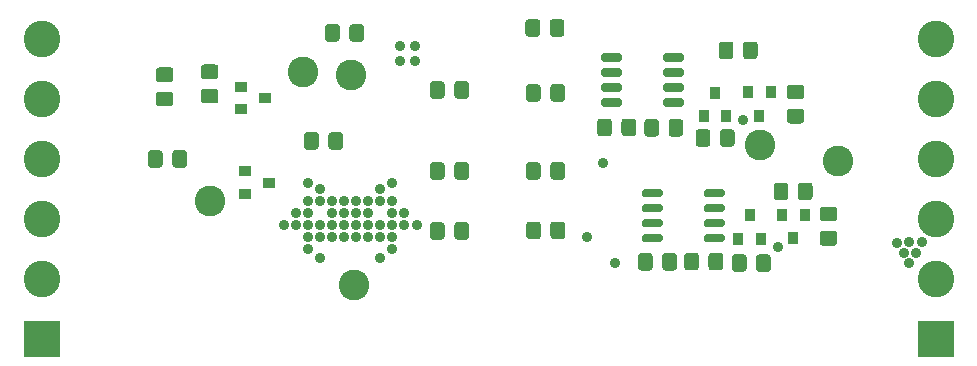
<source format=gbr>
%TF.GenerationSoftware,KiCad,Pcbnew,(5.1.6)-1*%
%TF.CreationDate,2020-11-12T09:23:23-07:00*%
%TF.ProjectId,WhiteJewel,57686974-654a-4657-9765-6c2e6b696361,rev?*%
%TF.SameCoordinates,Original*%
%TF.FileFunction,Soldermask,Top*%
%TF.FilePolarity,Negative*%
%FSLAX46Y46*%
G04 Gerber Fmt 4.6, Leading zero omitted, Abs format (unit mm)*
G04 Created by KiCad (PCBNEW (5.1.6)-1) date 2020-11-12 09:23:23*
%MOMM*%
%LPD*%
G01*
G04 APERTURE LIST*
%ADD10R,0.900000X1.000000*%
%ADD11C,3.100000*%
%ADD12R,3.100000X3.100000*%
%ADD13R,1.000000X0.900000*%
%ADD14C,2.600000*%
%ADD15C,0.900000*%
G04 APERTURE END LIST*
%TO.C,R18*%
G36*
G01*
X171723000Y-87041462D02*
X171723000Y-86084938D01*
G75*
G02*
X171994738Y-85813200I271738J0D01*
G01*
X172701262Y-85813200D01*
G75*
G02*
X172973000Y-86084938I0J-271738D01*
G01*
X172973000Y-87041462D01*
G75*
G02*
X172701262Y-87313200I-271738J0D01*
G01*
X171994738Y-87313200D01*
G75*
G02*
X171723000Y-87041462I0J271738D01*
G01*
G37*
G36*
G01*
X169673000Y-87041462D02*
X169673000Y-86084938D01*
G75*
G02*
X169944738Y-85813200I271738J0D01*
G01*
X170651262Y-85813200D01*
G75*
G02*
X170923000Y-86084938I0J-271738D01*
G01*
X170923000Y-87041462D01*
G75*
G02*
X170651262Y-87313200I-271738J0D01*
G01*
X169944738Y-87313200D01*
G75*
G02*
X169673000Y-87041462I0J271738D01*
G01*
G37*
%TD*%
%TO.C,R17*%
G36*
G01*
X167074800Y-75103462D02*
X167074800Y-74146938D01*
G75*
G02*
X167346538Y-73875200I271738J0D01*
G01*
X168053062Y-73875200D01*
G75*
G02*
X168324800Y-74146938I0J-271738D01*
G01*
X168324800Y-75103462D01*
G75*
G02*
X168053062Y-75375200I-271738J0D01*
G01*
X167346538Y-75375200D01*
G75*
G02*
X167074800Y-75103462I0J271738D01*
G01*
G37*
G36*
G01*
X165024800Y-75103462D02*
X165024800Y-74146938D01*
G75*
G02*
X165296538Y-73875200I271738J0D01*
G01*
X166003062Y-73875200D01*
G75*
G02*
X166274800Y-74146938I0J-271738D01*
G01*
X166274800Y-75103462D01*
G75*
G02*
X166003062Y-75375200I-271738J0D01*
G01*
X165296538Y-75375200D01*
G75*
G02*
X165024800Y-75103462I0J271738D01*
G01*
G37*
%TD*%
D10*
%TO.C,D6*%
X171348400Y-90535000D03*
X170398400Y-88535000D03*
X172298400Y-88535000D03*
%TD*%
%TO.C,U2*%
G36*
G01*
X160276600Y-90350600D02*
X160276600Y-90700600D01*
G75*
G02*
X160101600Y-90875600I-175000J0D01*
G01*
X158701600Y-90875600D01*
G75*
G02*
X158526600Y-90700600I0J175000D01*
G01*
X158526600Y-90350600D01*
G75*
G02*
X158701600Y-90175600I175000J0D01*
G01*
X160101600Y-90175600D01*
G75*
G02*
X160276600Y-90350600I0J-175000D01*
G01*
G37*
G36*
G01*
X160276600Y-89080600D02*
X160276600Y-89430600D01*
G75*
G02*
X160101600Y-89605600I-175000J0D01*
G01*
X158701600Y-89605600D01*
G75*
G02*
X158526600Y-89430600I0J175000D01*
G01*
X158526600Y-89080600D01*
G75*
G02*
X158701600Y-88905600I175000J0D01*
G01*
X160101600Y-88905600D01*
G75*
G02*
X160276600Y-89080600I0J-175000D01*
G01*
G37*
G36*
G01*
X160276600Y-87810600D02*
X160276600Y-88160600D01*
G75*
G02*
X160101600Y-88335600I-175000J0D01*
G01*
X158701600Y-88335600D01*
G75*
G02*
X158526600Y-88160600I0J175000D01*
G01*
X158526600Y-87810600D01*
G75*
G02*
X158701600Y-87635600I175000J0D01*
G01*
X160101600Y-87635600D01*
G75*
G02*
X160276600Y-87810600I0J-175000D01*
G01*
G37*
G36*
G01*
X160276600Y-86540600D02*
X160276600Y-86890600D01*
G75*
G02*
X160101600Y-87065600I-175000J0D01*
G01*
X158701600Y-87065600D01*
G75*
G02*
X158526600Y-86890600I0J175000D01*
G01*
X158526600Y-86540600D01*
G75*
G02*
X158701600Y-86365600I175000J0D01*
G01*
X160101600Y-86365600D01*
G75*
G02*
X160276600Y-86540600I0J-175000D01*
G01*
G37*
G36*
G01*
X165526600Y-86540600D02*
X165526600Y-86890600D01*
G75*
G02*
X165351600Y-87065600I-175000J0D01*
G01*
X163951600Y-87065600D01*
G75*
G02*
X163776600Y-86890600I0J175000D01*
G01*
X163776600Y-86540600D01*
G75*
G02*
X163951600Y-86365600I175000J0D01*
G01*
X165351600Y-86365600D01*
G75*
G02*
X165526600Y-86540600I0J-175000D01*
G01*
G37*
G36*
G01*
X165526600Y-87810600D02*
X165526600Y-88160600D01*
G75*
G02*
X165351600Y-88335600I-175000J0D01*
G01*
X163951600Y-88335600D01*
G75*
G02*
X163776600Y-88160600I0J175000D01*
G01*
X163776600Y-87810600D01*
G75*
G02*
X163951600Y-87635600I175000J0D01*
G01*
X165351600Y-87635600D01*
G75*
G02*
X165526600Y-87810600I0J-175000D01*
G01*
G37*
G36*
G01*
X165526600Y-89080600D02*
X165526600Y-89430600D01*
G75*
G02*
X165351600Y-89605600I-175000J0D01*
G01*
X163951600Y-89605600D01*
G75*
G02*
X163776600Y-89430600I0J175000D01*
G01*
X163776600Y-89080600D01*
G75*
G02*
X163951600Y-88905600I175000J0D01*
G01*
X165351600Y-88905600D01*
G75*
G02*
X165526600Y-89080600I0J-175000D01*
G01*
G37*
G36*
G01*
X165526600Y-90350600D02*
X165526600Y-90700600D01*
G75*
G02*
X165351600Y-90875600I-175000J0D01*
G01*
X163951600Y-90875600D01*
G75*
G02*
X163776600Y-90700600I0J175000D01*
G01*
X163776600Y-90350600D01*
G75*
G02*
X163951600Y-90175600I175000J0D01*
G01*
X165351600Y-90175600D01*
G75*
G02*
X165526600Y-90350600I0J-175000D01*
G01*
G37*
%TD*%
%TO.C,R16*%
G36*
G01*
X173841938Y-89909600D02*
X174798462Y-89909600D01*
G75*
G02*
X175070200Y-90181338I0J-271738D01*
G01*
X175070200Y-90887862D01*
G75*
G02*
X174798462Y-91159600I-271738J0D01*
G01*
X173841938Y-91159600D01*
G75*
G02*
X173570200Y-90887862I0J271738D01*
G01*
X173570200Y-90181338D01*
G75*
G02*
X173841938Y-89909600I271738J0D01*
G01*
G37*
G36*
G01*
X173841938Y-87859600D02*
X174798462Y-87859600D01*
G75*
G02*
X175070200Y-88131338I0J-271738D01*
G01*
X175070200Y-88837862D01*
G75*
G02*
X174798462Y-89109600I-271738J0D01*
G01*
X173841938Y-89109600D01*
G75*
G02*
X173570200Y-88837862I0J271738D01*
G01*
X173570200Y-88131338D01*
G75*
G02*
X173841938Y-87859600I271738J0D01*
G01*
G37*
%TD*%
%TO.C,R15*%
G36*
G01*
X167392400Y-92155538D02*
X167392400Y-93112062D01*
G75*
G02*
X167120662Y-93383800I-271738J0D01*
G01*
X166414138Y-93383800D01*
G75*
G02*
X166142400Y-93112062I0J271738D01*
G01*
X166142400Y-92155538D01*
G75*
G02*
X166414138Y-91883800I271738J0D01*
G01*
X167120662Y-91883800D01*
G75*
G02*
X167392400Y-92155538I0J-271738D01*
G01*
G37*
G36*
G01*
X169442400Y-92155538D02*
X169442400Y-93112062D01*
G75*
G02*
X169170662Y-93383800I-271738J0D01*
G01*
X168464138Y-93383800D01*
G75*
G02*
X168192400Y-93112062I0J271738D01*
G01*
X168192400Y-92155538D01*
G75*
G02*
X168464138Y-91883800I271738J0D01*
G01*
X169170662Y-91883800D01*
G75*
G02*
X169442400Y-92155538I0J-271738D01*
G01*
G37*
%TD*%
%TO.C,R14*%
G36*
G01*
X172004462Y-78771800D02*
X171047938Y-78771800D01*
G75*
G02*
X170776200Y-78500062I0J271738D01*
G01*
X170776200Y-77793538D01*
G75*
G02*
X171047938Y-77521800I271738J0D01*
G01*
X172004462Y-77521800D01*
G75*
G02*
X172276200Y-77793538I0J-271738D01*
G01*
X172276200Y-78500062D01*
G75*
G02*
X172004462Y-78771800I-271738J0D01*
G01*
G37*
G36*
G01*
X172004462Y-80821800D02*
X171047938Y-80821800D01*
G75*
G02*
X170776200Y-80550062I0J271738D01*
G01*
X170776200Y-79843538D01*
G75*
G02*
X171047938Y-79571800I271738J0D01*
G01*
X172004462Y-79571800D01*
G75*
G02*
X172276200Y-79843538I0J-271738D01*
G01*
X172276200Y-80550062D01*
G75*
G02*
X172004462Y-80821800I-271738J0D01*
G01*
G37*
%TD*%
%TO.C,R13*%
G36*
G01*
X164319000Y-81563738D02*
X164319000Y-82520262D01*
G75*
G02*
X164047262Y-82792000I-271738J0D01*
G01*
X163340738Y-82792000D01*
G75*
G02*
X163069000Y-82520262I0J271738D01*
G01*
X163069000Y-81563738D01*
G75*
G02*
X163340738Y-81292000I271738J0D01*
G01*
X164047262Y-81292000D01*
G75*
G02*
X164319000Y-81563738I0J-271738D01*
G01*
G37*
G36*
G01*
X166369000Y-81563738D02*
X166369000Y-82520262D01*
G75*
G02*
X166097262Y-82792000I-271738J0D01*
G01*
X165390738Y-82792000D01*
G75*
G02*
X165119000Y-82520262I0J271738D01*
G01*
X165119000Y-81563738D01*
G75*
G02*
X165390738Y-81292000I271738J0D01*
G01*
X166097262Y-81292000D01*
G75*
G02*
X166369000Y-81563738I0J-271738D01*
G01*
G37*
%TD*%
%TO.C,R9*%
G36*
G01*
X158192200Y-93010462D02*
X158192200Y-92053938D01*
G75*
G02*
X158463938Y-91782200I271738J0D01*
G01*
X159170462Y-91782200D01*
G75*
G02*
X159442200Y-92053938I0J-271738D01*
G01*
X159442200Y-93010462D01*
G75*
G02*
X159170462Y-93282200I-271738J0D01*
G01*
X158463938Y-93282200D01*
G75*
G02*
X158192200Y-93010462I0J271738D01*
G01*
G37*
G36*
G01*
X160242200Y-93010462D02*
X160242200Y-92053938D01*
G75*
G02*
X160513938Y-91782200I271738J0D01*
G01*
X161220462Y-91782200D01*
G75*
G02*
X161492200Y-92053938I0J-271738D01*
G01*
X161492200Y-93010462D01*
G75*
G02*
X161220462Y-93282200I-271738J0D01*
G01*
X160513938Y-93282200D01*
G75*
G02*
X160242200Y-93010462I0J271738D01*
G01*
G37*
%TD*%
%TO.C,R2*%
G36*
G01*
X154737800Y-81631262D02*
X154737800Y-80674738D01*
G75*
G02*
X155009538Y-80403000I271738J0D01*
G01*
X155716062Y-80403000D01*
G75*
G02*
X155987800Y-80674738I0J-271738D01*
G01*
X155987800Y-81631262D01*
G75*
G02*
X155716062Y-81903000I-271738J0D01*
G01*
X155009538Y-81903000D01*
G75*
G02*
X154737800Y-81631262I0J271738D01*
G01*
G37*
G36*
G01*
X156787800Y-81631262D02*
X156787800Y-80674738D01*
G75*
G02*
X157059538Y-80403000I271738J0D01*
G01*
X157766062Y-80403000D01*
G75*
G02*
X158037800Y-80674738I0J-271738D01*
G01*
X158037800Y-81631262D01*
G75*
G02*
X157766062Y-81903000I-271738J0D01*
G01*
X157059538Y-81903000D01*
G75*
G02*
X156787800Y-81631262I0J271738D01*
G01*
G37*
%TD*%
%TO.C,Q4*%
X166690000Y-90585800D03*
X168590000Y-90585800D03*
X167640000Y-88585800D03*
%TD*%
%TO.C,Q3*%
X163743600Y-80206600D03*
X165643600Y-80206600D03*
X164693600Y-78206600D03*
%TD*%
%TO.C,D5*%
X169428200Y-78146400D03*
X167528200Y-78146400D03*
X168478200Y-80146400D03*
%TD*%
%TO.C,R12*%
G36*
G01*
X163353800Y-92028538D02*
X163353800Y-92985062D01*
G75*
G02*
X163082062Y-93256800I-271738J0D01*
G01*
X162375538Y-93256800D01*
G75*
G02*
X162103800Y-92985062I0J271738D01*
G01*
X162103800Y-92028538D01*
G75*
G02*
X162375538Y-91756800I271738J0D01*
G01*
X163082062Y-91756800D01*
G75*
G02*
X163353800Y-92028538I0J-271738D01*
G01*
G37*
G36*
G01*
X165403800Y-92028538D02*
X165403800Y-92985062D01*
G75*
G02*
X165132062Y-93256800I-271738J0D01*
G01*
X164425538Y-93256800D01*
G75*
G02*
X164153800Y-92985062I0J271738D01*
G01*
X164153800Y-92028538D01*
G75*
G02*
X164425538Y-91756800I271738J0D01*
G01*
X165132062Y-91756800D01*
G75*
G02*
X165403800Y-92028538I0J-271738D01*
G01*
G37*
%TD*%
%TO.C,R11*%
G36*
G01*
X159975600Y-80700138D02*
X159975600Y-81656662D01*
G75*
G02*
X159703862Y-81928400I-271738J0D01*
G01*
X158997338Y-81928400D01*
G75*
G02*
X158725600Y-81656662I0J271738D01*
G01*
X158725600Y-80700138D01*
G75*
G02*
X158997338Y-80428400I271738J0D01*
G01*
X159703862Y-80428400D01*
G75*
G02*
X159975600Y-80700138I0J-271738D01*
G01*
G37*
G36*
G01*
X162025600Y-80700138D02*
X162025600Y-81656662D01*
G75*
G02*
X161753862Y-81928400I-271738J0D01*
G01*
X161047338Y-81928400D01*
G75*
G02*
X160775600Y-81656662I0J271738D01*
G01*
X160775600Y-80700138D01*
G75*
G02*
X161047338Y-80428400I271738J0D01*
G01*
X161753862Y-80428400D01*
G75*
G02*
X162025600Y-80700138I0J-271738D01*
G01*
G37*
%TD*%
D11*
%TO.C,J1*%
X183388000Y-93980000D03*
X183388000Y-88900000D03*
D12*
X183388000Y-99060000D03*
D11*
X183388000Y-83820000D03*
X183388000Y-78740000D03*
X183388000Y-73660000D03*
%TD*%
%TO.C,U1*%
G36*
G01*
X156822200Y-78869800D02*
X156822200Y-79219800D01*
G75*
G02*
X156647200Y-79394800I-175000J0D01*
G01*
X155247200Y-79394800D01*
G75*
G02*
X155072200Y-79219800I0J175000D01*
G01*
X155072200Y-78869800D01*
G75*
G02*
X155247200Y-78694800I175000J0D01*
G01*
X156647200Y-78694800D01*
G75*
G02*
X156822200Y-78869800I0J-175000D01*
G01*
G37*
G36*
G01*
X156822200Y-77599800D02*
X156822200Y-77949800D01*
G75*
G02*
X156647200Y-78124800I-175000J0D01*
G01*
X155247200Y-78124800D01*
G75*
G02*
X155072200Y-77949800I0J175000D01*
G01*
X155072200Y-77599800D01*
G75*
G02*
X155247200Y-77424800I175000J0D01*
G01*
X156647200Y-77424800D01*
G75*
G02*
X156822200Y-77599800I0J-175000D01*
G01*
G37*
G36*
G01*
X156822200Y-76329800D02*
X156822200Y-76679800D01*
G75*
G02*
X156647200Y-76854800I-175000J0D01*
G01*
X155247200Y-76854800D01*
G75*
G02*
X155072200Y-76679800I0J175000D01*
G01*
X155072200Y-76329800D01*
G75*
G02*
X155247200Y-76154800I175000J0D01*
G01*
X156647200Y-76154800D01*
G75*
G02*
X156822200Y-76329800I0J-175000D01*
G01*
G37*
G36*
G01*
X156822200Y-75059800D02*
X156822200Y-75409800D01*
G75*
G02*
X156647200Y-75584800I-175000J0D01*
G01*
X155247200Y-75584800D01*
G75*
G02*
X155072200Y-75409800I0J175000D01*
G01*
X155072200Y-75059800D01*
G75*
G02*
X155247200Y-74884800I175000J0D01*
G01*
X156647200Y-74884800D01*
G75*
G02*
X156822200Y-75059800I0J-175000D01*
G01*
G37*
G36*
G01*
X162072200Y-75059800D02*
X162072200Y-75409800D01*
G75*
G02*
X161897200Y-75584800I-175000J0D01*
G01*
X160497200Y-75584800D01*
G75*
G02*
X160322200Y-75409800I0J175000D01*
G01*
X160322200Y-75059800D01*
G75*
G02*
X160497200Y-74884800I175000J0D01*
G01*
X161897200Y-74884800D01*
G75*
G02*
X162072200Y-75059800I0J-175000D01*
G01*
G37*
G36*
G01*
X162072200Y-76329800D02*
X162072200Y-76679800D01*
G75*
G02*
X161897200Y-76854800I-175000J0D01*
G01*
X160497200Y-76854800D01*
G75*
G02*
X160322200Y-76679800I0J175000D01*
G01*
X160322200Y-76329800D01*
G75*
G02*
X160497200Y-76154800I175000J0D01*
G01*
X161897200Y-76154800D01*
G75*
G02*
X162072200Y-76329800I0J-175000D01*
G01*
G37*
G36*
G01*
X162072200Y-77599800D02*
X162072200Y-77949800D01*
G75*
G02*
X161897200Y-78124800I-175000J0D01*
G01*
X160497200Y-78124800D01*
G75*
G02*
X160322200Y-77949800I0J175000D01*
G01*
X160322200Y-77599800D01*
G75*
G02*
X160497200Y-77424800I175000J0D01*
G01*
X161897200Y-77424800D01*
G75*
G02*
X162072200Y-77599800I0J-175000D01*
G01*
G37*
G36*
G01*
X162072200Y-78869800D02*
X162072200Y-79219800D01*
G75*
G02*
X161897200Y-79394800I-175000J0D01*
G01*
X160497200Y-79394800D01*
G75*
G02*
X160322200Y-79219800I0J175000D01*
G01*
X160322200Y-78869800D01*
G75*
G02*
X160497200Y-78694800I175000J0D01*
G01*
X161897200Y-78694800D01*
G75*
G02*
X162072200Y-78869800I0J-175000D01*
G01*
G37*
%TD*%
D13*
%TO.C,Q2*%
X126958600Y-85826600D03*
X124958600Y-86776600D03*
X124958600Y-84876600D03*
%TD*%
%TO.C,Q1*%
X126619000Y-78638400D03*
X124619000Y-79588400D03*
X124619000Y-77688400D03*
%TD*%
%TO.C,R6*%
G36*
G01*
X149917200Y-72241938D02*
X149917200Y-73198462D01*
G75*
G02*
X149645462Y-73470200I-271738J0D01*
G01*
X148938938Y-73470200D01*
G75*
G02*
X148667200Y-73198462I0J271738D01*
G01*
X148667200Y-72241938D01*
G75*
G02*
X148938938Y-71970200I271738J0D01*
G01*
X149645462Y-71970200D01*
G75*
G02*
X149917200Y-72241938I0J-271738D01*
G01*
G37*
G36*
G01*
X151967200Y-72241938D02*
X151967200Y-73198462D01*
G75*
G02*
X151695462Y-73470200I-271738J0D01*
G01*
X150988938Y-73470200D01*
G75*
G02*
X150717200Y-73198462I0J271738D01*
G01*
X150717200Y-72241938D01*
G75*
G02*
X150988938Y-71970200I271738J0D01*
G01*
X151695462Y-71970200D01*
G75*
G02*
X151967200Y-72241938I0J-271738D01*
G01*
G37*
%TD*%
D11*
%TO.C,J2*%
X107696000Y-73660000D03*
X107696000Y-78740000D03*
X107696000Y-83820000D03*
D12*
X107696000Y-99060000D03*
D11*
X107696000Y-88900000D03*
X107696000Y-93980000D03*
%TD*%
D14*
%TO.C,TP8*%
X175107600Y-84023200D03*
%TD*%
%TO.C,TP5*%
X168503600Y-82677000D03*
%TD*%
%TO.C,TP4*%
X134112000Y-94488000D03*
%TD*%
%TO.C,TP3*%
X121920000Y-87376000D03*
%TD*%
%TO.C,TP2*%
X133858000Y-76708000D03*
%TD*%
%TO.C,TP1*%
X129794000Y-76454000D03*
%TD*%
%TO.C,R4*%
G36*
G01*
X133750000Y-73630262D02*
X133750000Y-72673738D01*
G75*
G02*
X134021738Y-72402000I271738J0D01*
G01*
X134728262Y-72402000D01*
G75*
G02*
X135000000Y-72673738I0J-271738D01*
G01*
X135000000Y-73630262D01*
G75*
G02*
X134728262Y-73902000I-271738J0D01*
G01*
X134021738Y-73902000D01*
G75*
G02*
X133750000Y-73630262I0J271738D01*
G01*
G37*
G36*
G01*
X131700000Y-73630262D02*
X131700000Y-72673738D01*
G75*
G02*
X131971738Y-72402000I271738J0D01*
G01*
X132678262Y-72402000D01*
G75*
G02*
X132950000Y-72673738I0J-271738D01*
G01*
X132950000Y-73630262D01*
G75*
G02*
X132678262Y-73902000I-271738J0D01*
G01*
X131971738Y-73902000D01*
G75*
G02*
X131700000Y-73630262I0J271738D01*
G01*
G37*
%TD*%
%TO.C,R7*%
G36*
G01*
X131972000Y-82774262D02*
X131972000Y-81817738D01*
G75*
G02*
X132243738Y-81546000I271738J0D01*
G01*
X132950262Y-81546000D01*
G75*
G02*
X133222000Y-81817738I0J-271738D01*
G01*
X133222000Y-82774262D01*
G75*
G02*
X132950262Y-83046000I-271738J0D01*
G01*
X132243738Y-83046000D01*
G75*
G02*
X131972000Y-82774262I0J271738D01*
G01*
G37*
G36*
G01*
X129922000Y-82774262D02*
X129922000Y-81817738D01*
G75*
G02*
X130193738Y-81546000I271738J0D01*
G01*
X130900262Y-81546000D01*
G75*
G02*
X131172000Y-81817738I0J-271738D01*
G01*
X131172000Y-82774262D01*
G75*
G02*
X130900262Y-83046000I-271738J0D01*
G01*
X130193738Y-83046000D01*
G75*
G02*
X129922000Y-82774262I0J271738D01*
G01*
G37*
%TD*%
%TO.C,R3*%
G36*
G01*
X121441738Y-77870000D02*
X122398262Y-77870000D01*
G75*
G02*
X122670000Y-78141738I0J-271738D01*
G01*
X122670000Y-78848262D01*
G75*
G02*
X122398262Y-79120000I-271738J0D01*
G01*
X121441738Y-79120000D01*
G75*
G02*
X121170000Y-78848262I0J271738D01*
G01*
X121170000Y-78141738D01*
G75*
G02*
X121441738Y-77870000I271738J0D01*
G01*
G37*
G36*
G01*
X121441738Y-75820000D02*
X122398262Y-75820000D01*
G75*
G02*
X122670000Y-76091738I0J-271738D01*
G01*
X122670000Y-76798262D01*
G75*
G02*
X122398262Y-77070000I-271738J0D01*
G01*
X121441738Y-77070000D01*
G75*
G02*
X121170000Y-76798262I0J271738D01*
G01*
X121170000Y-76091738D01*
G75*
G02*
X121441738Y-75820000I271738J0D01*
G01*
G37*
%TD*%
%TO.C,D1*%
G36*
G01*
X140581000Y-85314262D02*
X140581000Y-84357738D01*
G75*
G02*
X140852738Y-84086000I271738J0D01*
G01*
X141559262Y-84086000D01*
G75*
G02*
X141831000Y-84357738I0J-271738D01*
G01*
X141831000Y-85314262D01*
G75*
G02*
X141559262Y-85586000I-271738J0D01*
G01*
X140852738Y-85586000D01*
G75*
G02*
X140581000Y-85314262I0J271738D01*
G01*
G37*
G36*
G01*
X142631000Y-85314262D02*
X142631000Y-84357738D01*
G75*
G02*
X142902738Y-84086000I271738J0D01*
G01*
X143609262Y-84086000D01*
G75*
G02*
X143881000Y-84357738I0J-271738D01*
G01*
X143881000Y-85314262D01*
G75*
G02*
X143609262Y-85586000I-271738J0D01*
G01*
X142902738Y-85586000D01*
G75*
G02*
X142631000Y-85314262I0J271738D01*
G01*
G37*
%TD*%
%TO.C,D2*%
G36*
G01*
X141831000Y-77499738D02*
X141831000Y-78456262D01*
G75*
G02*
X141559262Y-78728000I-271738J0D01*
G01*
X140852738Y-78728000D01*
G75*
G02*
X140581000Y-78456262I0J271738D01*
G01*
X140581000Y-77499738D01*
G75*
G02*
X140852738Y-77228000I271738J0D01*
G01*
X141559262Y-77228000D01*
G75*
G02*
X141831000Y-77499738I0J-271738D01*
G01*
G37*
G36*
G01*
X143881000Y-77499738D02*
X143881000Y-78456262D01*
G75*
G02*
X143609262Y-78728000I-271738J0D01*
G01*
X142902738Y-78728000D01*
G75*
G02*
X142631000Y-78456262I0J271738D01*
G01*
X142631000Y-77499738D01*
G75*
G02*
X142902738Y-77228000I271738J0D01*
G01*
X143609262Y-77228000D01*
G75*
G02*
X143881000Y-77499738I0J-271738D01*
G01*
G37*
%TD*%
%TO.C,D3*%
G36*
G01*
X152009000Y-77753738D02*
X152009000Y-78710262D01*
G75*
G02*
X151737262Y-78982000I-271738J0D01*
G01*
X151030738Y-78982000D01*
G75*
G02*
X150759000Y-78710262I0J271738D01*
G01*
X150759000Y-77753738D01*
G75*
G02*
X151030738Y-77482000I271738J0D01*
G01*
X151737262Y-77482000D01*
G75*
G02*
X152009000Y-77753738I0J-271738D01*
G01*
G37*
G36*
G01*
X149959000Y-77753738D02*
X149959000Y-78710262D01*
G75*
G02*
X149687262Y-78982000I-271738J0D01*
G01*
X148980738Y-78982000D01*
G75*
G02*
X148709000Y-78710262I0J271738D01*
G01*
X148709000Y-77753738D01*
G75*
G02*
X148980738Y-77482000I271738J0D01*
G01*
X149687262Y-77482000D01*
G75*
G02*
X149959000Y-77753738I0J-271738D01*
G01*
G37*
%TD*%
%TO.C,D4*%
G36*
G01*
X149959000Y-84357738D02*
X149959000Y-85314262D01*
G75*
G02*
X149687262Y-85586000I-271738J0D01*
G01*
X148980738Y-85586000D01*
G75*
G02*
X148709000Y-85314262I0J271738D01*
G01*
X148709000Y-84357738D01*
G75*
G02*
X148980738Y-84086000I271738J0D01*
G01*
X149687262Y-84086000D01*
G75*
G02*
X149959000Y-84357738I0J-271738D01*
G01*
G37*
G36*
G01*
X152009000Y-84357738D02*
X152009000Y-85314262D01*
G75*
G02*
X151737262Y-85586000I-271738J0D01*
G01*
X151030738Y-85586000D01*
G75*
G02*
X150759000Y-85314262I0J271738D01*
G01*
X150759000Y-84357738D01*
G75*
G02*
X151030738Y-84086000I271738J0D01*
G01*
X151737262Y-84086000D01*
G75*
G02*
X152009000Y-84357738I0J-271738D01*
G01*
G37*
%TD*%
%TO.C,R1*%
G36*
G01*
X117631738Y-76065000D02*
X118588262Y-76065000D01*
G75*
G02*
X118860000Y-76336738I0J-271738D01*
G01*
X118860000Y-77043262D01*
G75*
G02*
X118588262Y-77315000I-271738J0D01*
G01*
X117631738Y-77315000D01*
G75*
G02*
X117360000Y-77043262I0J271738D01*
G01*
X117360000Y-76336738D01*
G75*
G02*
X117631738Y-76065000I271738J0D01*
G01*
G37*
G36*
G01*
X117631738Y-78115000D02*
X118588262Y-78115000D01*
G75*
G02*
X118860000Y-78386738I0J-271738D01*
G01*
X118860000Y-79093262D01*
G75*
G02*
X118588262Y-79365000I-271738J0D01*
G01*
X117631738Y-79365000D01*
G75*
G02*
X117360000Y-79093262I0J271738D01*
G01*
X117360000Y-78386738D01*
G75*
G02*
X117631738Y-78115000I271738J0D01*
G01*
G37*
%TD*%
%TO.C,R5*%
G36*
G01*
X117955000Y-83341738D02*
X117955000Y-84298262D01*
G75*
G02*
X117683262Y-84570000I-271738J0D01*
G01*
X116976738Y-84570000D01*
G75*
G02*
X116705000Y-84298262I0J271738D01*
G01*
X116705000Y-83341738D01*
G75*
G02*
X116976738Y-83070000I271738J0D01*
G01*
X117683262Y-83070000D01*
G75*
G02*
X117955000Y-83341738I0J-271738D01*
G01*
G37*
G36*
G01*
X120005000Y-83341738D02*
X120005000Y-84298262D01*
G75*
G02*
X119733262Y-84570000I-271738J0D01*
G01*
X119026738Y-84570000D01*
G75*
G02*
X118755000Y-84298262I0J271738D01*
G01*
X118755000Y-83341738D01*
G75*
G02*
X119026738Y-83070000I271738J0D01*
G01*
X119733262Y-83070000D01*
G75*
G02*
X120005000Y-83341738I0J-271738D01*
G01*
G37*
%TD*%
%TO.C,R8*%
G36*
G01*
X140581000Y-90394262D02*
X140581000Y-89437738D01*
G75*
G02*
X140852738Y-89166000I271738J0D01*
G01*
X141559262Y-89166000D01*
G75*
G02*
X141831000Y-89437738I0J-271738D01*
G01*
X141831000Y-90394262D01*
G75*
G02*
X141559262Y-90666000I-271738J0D01*
G01*
X140852738Y-90666000D01*
G75*
G02*
X140581000Y-90394262I0J271738D01*
G01*
G37*
G36*
G01*
X142631000Y-90394262D02*
X142631000Y-89437738D01*
G75*
G02*
X142902738Y-89166000I271738J0D01*
G01*
X143609262Y-89166000D01*
G75*
G02*
X143881000Y-89437738I0J-271738D01*
G01*
X143881000Y-90394262D01*
G75*
G02*
X143609262Y-90666000I-271738J0D01*
G01*
X142902738Y-90666000D01*
G75*
G02*
X142631000Y-90394262I0J271738D01*
G01*
G37*
%TD*%
%TO.C,R10*%
G36*
G01*
X149977000Y-89386938D02*
X149977000Y-90343462D01*
G75*
G02*
X149705262Y-90615200I-271738J0D01*
G01*
X148998738Y-90615200D01*
G75*
G02*
X148727000Y-90343462I0J271738D01*
G01*
X148727000Y-89386938D01*
G75*
G02*
X148998738Y-89115200I271738J0D01*
G01*
X149705262Y-89115200D01*
G75*
G02*
X149977000Y-89386938I0J-271738D01*
G01*
G37*
G36*
G01*
X152027000Y-89386938D02*
X152027000Y-90343462D01*
G75*
G02*
X151755262Y-90615200I-271738J0D01*
G01*
X151048738Y-90615200D01*
G75*
G02*
X150777000Y-90343462I0J271738D01*
G01*
X150777000Y-89386938D01*
G75*
G02*
X151048738Y-89115200I271738J0D01*
G01*
X151755262Y-89115200D01*
G75*
G02*
X152027000Y-89386938I0J-271738D01*
G01*
G37*
%TD*%
D15*
X156235400Y-92608400D03*
X155270200Y-84150200D03*
X175107600Y-84023200D03*
X180136800Y-90906600D03*
X182219600Y-90881200D03*
X181711600Y-91770200D03*
X180695600Y-91795600D03*
X181178200Y-92633800D03*
X181178200Y-90881200D03*
X130276600Y-85852000D03*
X131292600Y-86360000D03*
X131292600Y-87376000D03*
X130276600Y-87376000D03*
X132308600Y-87376000D03*
X133324600Y-87376000D03*
X134340600Y-87376000D03*
X135356600Y-87376000D03*
X136372600Y-87376000D03*
X137388600Y-87376000D03*
X136372600Y-86360000D03*
X137388600Y-85852000D03*
X130276600Y-88392000D03*
X130276600Y-89408000D03*
X130276600Y-90424000D03*
X130276600Y-91440000D03*
X137388600Y-88392000D03*
X137388600Y-89408000D03*
X137388600Y-90424000D03*
X137388600Y-91440000D03*
X131292600Y-90424000D03*
X131292600Y-92202000D03*
X136372600Y-90424000D03*
X136372600Y-92202000D03*
X132308600Y-90424000D03*
X133324600Y-90424000D03*
X134340600Y-90424000D03*
X135356600Y-90424000D03*
X129260600Y-89408000D03*
X128244600Y-89408000D03*
X129260600Y-88392000D03*
X138404600Y-88392000D03*
X138404600Y-89408000D03*
X139496800Y-89408000D03*
X131292600Y-89408000D03*
X132308600Y-89408000D03*
X133324600Y-89408000D03*
X134340600Y-89408000D03*
X135356600Y-89408000D03*
X136372600Y-89408000D03*
X132308600Y-88392000D03*
X133324600Y-88392000D03*
X134340600Y-88392000D03*
X135356600Y-88392000D03*
X138023600Y-74218800D03*
X138023600Y-75488800D03*
X139293600Y-75488800D03*
X139293600Y-74218800D03*
X167055800Y-80543400D03*
X170078400Y-91262200D03*
X153847800Y-90424000D03*
M02*

</source>
